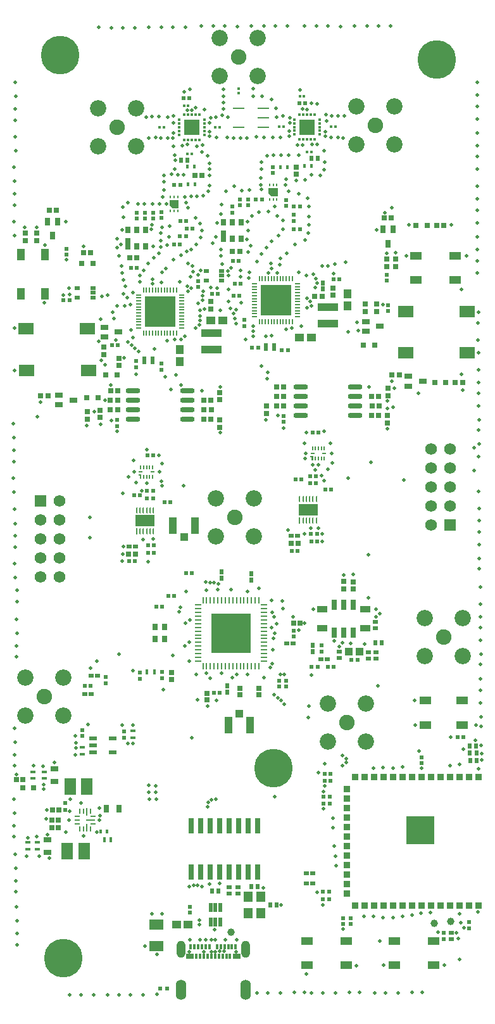
<source format=gts>
G04*
G04 #@! TF.GenerationSoftware,Altium Limited,Altium Designer,24.2.2 (26)*
G04*
G04 Layer_Color=8388736*
%FSLAX44Y44*%
%MOMM*%
G71*
G04*
G04 #@! TF.SameCoordinates,1647D1FA-22C0-4C44-882E-AE6E89F1C5CA*
G04*
G04*
G04 #@! TF.FilePolarity,Negative*
G04*
G01*
G75*
%ADD20R,0.5200X0.5200*%
%ADD23R,0.2500X0.4000*%
%ADD24C,0.9900*%
%ADD25R,0.8128X0.2540*%
%ADD26R,0.2540X0.8128*%
%ADD27R,0.6750X0.4500*%
%ADD28R,1.1000X0.6000*%
%ADD30R,0.8890X0.8382*%
%ADD31R,0.8382X0.8890*%
%ADD36R,0.8000X0.8000*%
%ADD37R,5.3086X5.3086*%
%ADD41R,0.5200X0.5200*%
%ADD42R,1.5549X2.3062*%
G04:AMPARAMS|DCode=46|XSize=0.25mm|YSize=0.675mm|CornerRadius=0.05mm|HoleSize=0mm|Usage=FLASHONLY|Rotation=0.000|XOffset=0mm|YOffset=0mm|HoleType=Round|Shape=RoundedRectangle|*
%AMROUNDEDRECTD46*
21,1,0.2500,0.5750,0,0,0.0*
21,1,0.1500,0.6750,0,0,0.0*
1,1,0.1000,0.0750,-0.2875*
1,1,0.1000,-0.0750,-0.2875*
1,1,0.1000,-0.0750,0.2875*
1,1,0.1000,0.0750,0.2875*
%
%ADD46ROUNDEDRECTD46*%
G04:AMPARAMS|DCode=47|XSize=1.225mm|YSize=0.25mm|CornerRadius=0.05mm|HoleSize=0mm|Usage=FLASHONLY|Rotation=0.000|XOffset=0mm|YOffset=0mm|HoleType=Round|Shape=RoundedRectangle|*
%AMROUNDEDRECTD47*
21,1,1.2250,0.1500,0,0,0.0*
21,1,1.1250,0.2500,0,0,0.0*
1,1,0.1000,0.5625,-0.0750*
1,1,0.1000,-0.5625,-0.0750*
1,1,0.1000,-0.5625,0.0750*
1,1,0.1000,0.5625,0.0750*
%
%ADD47ROUNDEDRECTD47*%
G04:AMPARAMS|DCode=48|XSize=0.25mm|YSize=0.975mm|CornerRadius=0.05mm|HoleSize=0mm|Usage=FLASHONLY|Rotation=0.000|XOffset=0mm|YOffset=0mm|HoleType=Round|Shape=RoundedRectangle|*
%AMROUNDEDRECTD48*
21,1,0.2500,0.8750,0,0,0.0*
21,1,0.1500,0.9750,0,0,0.0*
1,1,0.1000,0.0750,-0.4375*
1,1,0.1000,-0.0750,-0.4375*
1,1,0.1000,-0.0750,0.4375*
1,1,0.1000,0.0750,0.4375*
%
%ADD48ROUNDEDRECTD48*%
G04:AMPARAMS|DCode=49|XSize=0.625mm|YSize=0.25mm|CornerRadius=0.05mm|HoleSize=0mm|Usage=FLASHONLY|Rotation=0.000|XOffset=0mm|YOffset=0mm|HoleType=Round|Shape=RoundedRectangle|*
%AMROUNDEDRECTD49*
21,1,0.6250,0.1500,0,0,0.0*
21,1,0.5250,0.2500,0,0,0.0*
1,1,0.1000,0.2625,-0.0750*
1,1,0.1000,-0.2625,-0.0750*
1,1,0.1000,-0.2625,0.0750*
1,1,0.1000,0.2625,0.0750*
%
%ADD49ROUNDEDRECTD49*%
%ADD50R,0.4500X0.6750*%
%ADD51R,0.4000X0.5000*%
%ADD53R,0.4572X0.3048*%
%ADD54R,0.3048X0.4572*%
%ADD55R,2.0000X2.0000*%
%ADD56R,0.4541X0.3627*%
%ADD60R,0.3000X0.3500*%
%ADD61R,1.4986X0.2032*%
%ADD62R,0.4100X0.6600*%
%ADD63R,0.8000X0.9000*%
%ADD64R,0.6725X0.7154*%
%ADD73R,0.5153X0.4725*%
%ADD74R,1.2084X1.0121*%
%ADD75R,1.0121X1.2084*%
%ADD76R,0.5000X1.0000*%
%ADD77R,0.6153X0.5725*%
G04:AMPARAMS|DCode=78|XSize=0.8397mm|YSize=0.2225mm|CornerRadius=0.1112mm|HoleSize=0mm|Usage=FLASHONLY|Rotation=90.000|XOffset=0mm|YOffset=0mm|HoleType=Round|Shape=RoundedRectangle|*
%AMROUNDEDRECTD78*
21,1,0.8397,0.0000,0,0,90.0*
21,1,0.6172,0.2225,0,0,90.0*
1,1,0.2225,0.0000,0.3086*
1,1,0.2225,0.0000,-0.3086*
1,1,0.2225,0.0000,-0.3086*
1,1,0.2225,0.0000,0.3086*
%
%ADD78ROUNDEDRECTD78*%
%ADD79R,0.2225X0.8397*%
%ADD81R,0.7154X0.6725*%
%ADD85R,2.1463X1.4986*%
%ADD89R,0.4725X0.5153*%
%ADD90R,0.4500X0.5000*%
%ADD92R,1.0000X1.5500*%
%ADD95R,0.5725X0.6153*%
%ADD96R,1.5500X1.0000*%
%ADD98R,0.3627X0.4541*%
%ADD101C,1.0000*%
%ADD103R,1.3061X1.0582*%
%ADD109R,2.7760X1.0760*%
%ADD110R,1.8760X1.4160*%
%ADD111R,0.5260X0.5260*%
%ADD112R,3.7084X3.7084*%
%ADD113R,0.2760X0.7260*%
%ADD114R,0.7260X0.2760*%
%ADD115R,4.1760X4.1760*%
%ADD116R,1.3260X0.9260*%
%ADD117R,0.7260X1.3260*%
%ADD118R,0.7260X0.7760*%
%ADD119R,0.7260X0.6760*%
%ADD120R,0.6260X0.5260*%
%ADD121R,1.1260X0.7260*%
%ADD122R,0.7260X1.1260*%
%ADD123R,0.3760X0.7760*%
%ADD124R,1.0760X0.7760*%
%ADD125R,0.5260X0.5260*%
%ADD126R,0.6260X0.6760*%
%ADD127R,0.6760X0.6260*%
%ADD128R,0.6760X0.7260*%
%ADD129R,0.6260X0.5760*%
%ADD130R,0.5760X0.6260*%
%ADD131R,1.1260X2.2760*%
%ADD132R,1.0760X1.1260*%
%ADD133R,0.7260X0.7260*%
%ADD134R,0.2000X0.6000*%
%ADD135R,0.6000X0.2000*%
%ADD136C,0.1800*%
%ADD137R,2.5500X1.6500*%
%ADD138R,0.5760X0.5260*%
%ADD139R,0.7760X0.7260*%
%ADD140R,0.7260X0.7260*%
G04:AMPARAMS|DCode=141|XSize=0.476mm|YSize=0.726mm|CornerRadius=0.088mm|HoleSize=0mm|Usage=FLASHONLY|Rotation=270.000|XOffset=0mm|YOffset=0mm|HoleType=Round|Shape=RoundedRectangle|*
%AMROUNDEDRECTD141*
21,1,0.4760,0.5500,0,0,270.0*
21,1,0.3000,0.7260,0,0,270.0*
1,1,0.1760,-0.2750,-0.1500*
1,1,0.1760,-0.2750,0.1500*
1,1,0.1760,0.2750,0.1500*
1,1,0.1760,0.2750,-0.1500*
%
%ADD141ROUNDEDRECTD141*%
%ADD142R,0.9760X0.7760*%
%ADD143R,0.6760X0.8260*%
%ADD144R,0.6760X1.5760*%
%ADD145R,0.6160X0.6760*%
%ADD146O,1.9760X0.7260*%
%ADD147R,0.6160X0.6560*%
%ADD148R,0.5260X0.5760*%
%ADD149R,0.7760X0.9760*%
%ADD150R,0.6760X0.6160*%
%ADD151R,0.6260X0.6260*%
%ADD152R,1.2759X1.4758*%
%ADD153R,1.5760X0.9760*%
%ADD154R,0.7364X2.1080*%
G04:AMPARAMS|DCode=155|XSize=1.266mm|YSize=0.476mm|CornerRadius=0.088mm|HoleSize=0mm|Usage=FLASHONLY|Rotation=90.000|XOffset=0mm|YOffset=0mm|HoleType=Round|Shape=RoundedRectangle|*
%AMROUNDEDRECTD155*
21,1,1.2660,0.3000,0,0,90.0*
21,1,1.0900,0.4760,0,0,90.0*
1,1,0.1760,0.1500,0.5450*
1,1,0.1760,0.1500,-0.5450*
1,1,0.1760,-0.1500,-0.5450*
1,1,0.1760,-0.1500,0.5450*
%
%ADD155ROUNDEDRECTD155*%
%ADD156R,0.6260X0.6260*%
%ADD157R,1.0760X1.0460*%
%ADD158R,1.5760X1.5760*%
%ADD159C,1.5760*%
%ADD160C,2.0760*%
%ADD161C,2.1760*%
%ADD162O,1.1760X2.2760*%
%ADD163O,1.3760X2.6760*%
%ADD164C,0.4824*%
%ADD165C,5.1560*%
G36*
X180172Y700828D02*
X178172D01*
Y705328D01*
X176172D01*
Y706828D01*
X180172D01*
Y700828D01*
D02*
G37*
G36*
X410000Y725500D02*
X408000D01*
Y730000D01*
X406000D01*
Y731500D01*
X410000D01*
Y725500D01*
D02*
G37*
G36*
X230246Y1062998D02*
X221996D01*
X218246Y1066748D01*
Y1073998D01*
X230246D01*
Y1062998D01*
D02*
G37*
G36*
X362462Y1079048D02*
X354212D01*
X350462Y1082798D01*
Y1090048D01*
X362462D01*
Y1079048D01*
D02*
G37*
D20*
X206887Y1049725D02*
D03*
Y1057725D02*
D03*
X156800Y355334D02*
D03*
X101330Y365367D02*
D03*
Y357366D02*
D03*
X156800Y363334D02*
D03*
X207572Y434862D02*
D03*
Y442862D02*
D03*
X178111Y433816D02*
D03*
Y441816D02*
D03*
X421423Y478298D02*
D03*
Y470298D02*
D03*
X374168Y423227D02*
D03*
Y431227D02*
D03*
X364113Y423168D02*
D03*
Y431168D02*
D03*
X132584Y428062D02*
D03*
Y436062D02*
D03*
X206825Y847125D02*
D03*
Y855126D02*
D03*
X172939Y850619D02*
D03*
Y858619D02*
D03*
X174129Y1056984D02*
D03*
Y1048984D02*
D03*
X185161Y1057157D02*
D03*
Y1049157D02*
D03*
X147752Y779568D02*
D03*
Y771568D02*
D03*
X317860Y913626D02*
D03*
Y905626D02*
D03*
X256093Y965693D02*
D03*
Y957693D02*
D03*
X373546Y1074004D02*
D03*
Y1066004D02*
D03*
X301940Y1065175D02*
D03*
Y1057175D02*
D03*
X356446Y1117923D02*
D03*
Y1109923D02*
D03*
X312240Y1066834D02*
D03*
Y1074835D02*
D03*
X508061Y966143D02*
D03*
Y974143D02*
D03*
X370183Y785047D02*
D03*
Y777047D02*
D03*
X80000Y1001000D02*
D03*
Y1009000D02*
D03*
D23*
X219246Y1058998D02*
D03*
X224246D02*
D03*
X229246D02*
D03*
Y1077998D02*
D03*
X224246D02*
D03*
X219246D02*
D03*
X351462Y1094048D02*
D03*
X356462D02*
D03*
X361462D02*
D03*
Y1075048D02*
D03*
X356462D02*
D03*
X351462D02*
D03*
D24*
X224746Y1068498D02*
D03*
X356962Y1084548D02*
D03*
D25*
X343942Y522507D02*
D03*
Y472494D02*
D03*
X256058Y467493D02*
D03*
Y462492D02*
D03*
X343942Y477496D02*
D03*
Y492499D02*
D03*
Y497501D02*
D03*
Y502502D02*
D03*
Y507503D02*
D03*
Y512504D02*
D03*
Y517506D02*
D03*
Y457491D02*
D03*
X256058D02*
D03*
X343942Y487498D02*
D03*
X256058Y522507D02*
D03*
Y517506D02*
D03*
Y477496D02*
D03*
X343942Y527508D02*
D03*
X256058Y482497D02*
D03*
X343942Y462492D02*
D03*
Y467493D02*
D03*
X256058Y507503D02*
D03*
Y472494D02*
D03*
Y527508D02*
D03*
X343942Y482497D02*
D03*
X256058Y502502D02*
D03*
Y497501D02*
D03*
Y492499D02*
D03*
Y487498D02*
D03*
X343942Y532509D02*
D03*
X256058Y512504D02*
D03*
Y532509D02*
D03*
D26*
X337509Y451058D02*
D03*
X287497D02*
D03*
X282496Y538942D02*
D03*
X277494Y451058D02*
D03*
X282496D02*
D03*
X292498D02*
D03*
X337509Y538942D02*
D03*
X332508D02*
D03*
X327507D02*
D03*
X322506D02*
D03*
X317504D02*
D03*
X312503D02*
D03*
X307502D02*
D03*
X302501D02*
D03*
X297499D02*
D03*
X292498D02*
D03*
X287497D02*
D03*
X307502Y451058D02*
D03*
X322506D02*
D03*
X262491Y538942D02*
D03*
X272493Y451058D02*
D03*
X262491D02*
D03*
X272493Y538942D02*
D03*
X277494D02*
D03*
X267492Y451058D02*
D03*
Y538942D02*
D03*
X297499Y451058D02*
D03*
X312503D02*
D03*
X317504D02*
D03*
X327507D02*
D03*
X332508D02*
D03*
X302501D02*
D03*
D27*
X169233Y354829D02*
D03*
X41195Y215252D02*
D03*
Y206003D02*
D03*
X28049Y214998D02*
D03*
Y205748D02*
D03*
X50000Y309625D02*
D03*
Y300375D02*
D03*
X35000Y309625D02*
D03*
Y300375D02*
D03*
X101569Y342202D02*
D03*
Y332952D02*
D03*
X169233Y364079D02*
D03*
D28*
X142000Y354500D02*
D03*
Y335500D02*
D03*
X116000D02*
D03*
Y345000D02*
D03*
Y354500D02*
D03*
D30*
X630846Y302159D02*
D03*
X618146D02*
D03*
X605446D02*
D03*
X592746D02*
D03*
X580046D02*
D03*
X567346D02*
D03*
X554646D02*
D03*
X541946D02*
D03*
X529246D02*
D03*
X516546D02*
D03*
X503846D02*
D03*
X491146D02*
D03*
X478446D02*
D03*
X465746D02*
D03*
Y130541D02*
D03*
X478446D02*
D03*
X491146D02*
D03*
X503846D02*
D03*
X516546D02*
D03*
X529246D02*
D03*
X541946D02*
D03*
X554646D02*
D03*
X567346D02*
D03*
X580046D02*
D03*
X592746D02*
D03*
X605446D02*
D03*
X618146D02*
D03*
X630846D02*
D03*
D31*
X455000Y286200D02*
D03*
Y273500D02*
D03*
Y260800D02*
D03*
Y248100D02*
D03*
Y235400D02*
D03*
Y222700D02*
D03*
Y210000D02*
D03*
Y197300D02*
D03*
Y184600D02*
D03*
Y171900D02*
D03*
Y159200D02*
D03*
Y146500D02*
D03*
D36*
X572500Y830000D02*
D03*
X587500D02*
D03*
X36260Y287728D02*
D03*
X21260D02*
D03*
X115168Y989113D02*
D03*
X100168D02*
D03*
X147500Y840000D02*
D03*
X132500D02*
D03*
X122500Y810000D02*
D03*
X107500D02*
D03*
X562500Y1040000D02*
D03*
X547500D02*
D03*
X477500Y880000D02*
D03*
X492500D02*
D03*
D37*
X300000Y495000D02*
D03*
D41*
X414000Y695000D02*
D03*
X406000D02*
D03*
X236646Y1210183D02*
D03*
X244646D02*
D03*
X391584Y1203279D02*
D03*
X399584D02*
D03*
X208000Y530000D02*
D03*
X200000D02*
D03*
X240000Y575000D02*
D03*
X248000D02*
D03*
X415745Y450104D02*
D03*
X407745D02*
D03*
X437415Y449683D02*
D03*
X429415D02*
D03*
X104427Y424493D02*
D03*
X112427D02*
D03*
X216000Y545000D02*
D03*
X224000D02*
D03*
X188089Y732565D02*
D03*
X196089D02*
D03*
X223671Y1014428D02*
D03*
X231671D02*
D03*
X248617Y1035853D02*
D03*
X240617D02*
D03*
X189063Y612663D02*
D03*
X197063D02*
D03*
X189106Y602019D02*
D03*
X197106D02*
D03*
X187837Y675076D02*
D03*
X195837D02*
D03*
X187729Y685052D02*
D03*
X195729D02*
D03*
X84000Y940000D02*
D03*
X76000D02*
D03*
X232421Y1046207D02*
D03*
X240421D02*
D03*
X232316Y1094507D02*
D03*
X224316D02*
D03*
X417404Y763220D02*
D03*
X409404D02*
D03*
X376236Y873380D02*
D03*
X368236D02*
D03*
X328196Y876816D02*
D03*
X336196D02*
D03*
X392314Y1034696D02*
D03*
X384314D02*
D03*
X392250Y1065363D02*
D03*
X384250D02*
D03*
X406926Y627620D02*
D03*
X414925D02*
D03*
X407482Y617329D02*
D03*
X415482D02*
D03*
X313017Y962378D02*
D03*
X305017D02*
D03*
X406000Y705000D02*
D03*
X414000D02*
D03*
X341296Y1074477D02*
D03*
X333296D02*
D03*
X610957Y356112D02*
D03*
X602957D02*
D03*
D42*
X84984Y290053D02*
D03*
X107497D02*
D03*
X80840Y203263D02*
D03*
X103353D02*
D03*
D46*
X97500Y257125D02*
D03*
X102500D02*
D03*
X112500D02*
D03*
Y232875D02*
D03*
X102500D02*
D03*
X97500D02*
D03*
D47*
X112375Y245000D02*
D03*
D48*
X107500Y255625D02*
D03*
Y234375D02*
D03*
D49*
X115375Y250000D02*
D03*
Y240000D02*
D03*
X94625D02*
D03*
Y245000D02*
D03*
Y250000D02*
D03*
D50*
X139683Y218585D02*
D03*
X130433D02*
D03*
D51*
X134000Y230000D02*
D03*
X126000D02*
D03*
D53*
X385143Y1181530D02*
D03*
Y1176529D02*
D03*
Y1171528D02*
D03*
Y1166526D02*
D03*
Y1161525D02*
D03*
X418671D02*
D03*
Y1166526D02*
D03*
Y1171528D02*
D03*
Y1176529D02*
D03*
Y1181530D02*
D03*
X264414Y1181077D02*
D03*
Y1176076D02*
D03*
Y1171075D02*
D03*
Y1166073D02*
D03*
Y1161072D02*
D03*
X230886D02*
D03*
Y1166073D02*
D03*
Y1171075D02*
D03*
Y1176076D02*
D03*
Y1181077D02*
D03*
D54*
X391905Y1154764D02*
D03*
X396906D02*
D03*
X401907D02*
D03*
X406909D02*
D03*
X411910D02*
D03*
Y1188292D02*
D03*
X406909D02*
D03*
X401907D02*
D03*
X396906D02*
D03*
X391905D02*
D03*
X237647Y1187839D02*
D03*
X242649D02*
D03*
X247650D02*
D03*
X252651D02*
D03*
X257652D02*
D03*
Y1154311D02*
D03*
X252651D02*
D03*
X247650D02*
D03*
X242649D02*
D03*
X237647D02*
D03*
D55*
X401907Y1171528D02*
D03*
X247650Y1171075D02*
D03*
D56*
X439668Y1171609D02*
D03*
X433582D02*
D03*
X285150Y1170998D02*
D03*
X279064D02*
D03*
X210541D02*
D03*
X204454D02*
D03*
X370486Y1171609D02*
D03*
X364400D02*
D03*
X402002Y1138252D02*
D03*
X408089D02*
D03*
X247460Y1135783D02*
D03*
X241374D02*
D03*
D60*
X242750Y1200000D02*
D03*
X237250D02*
D03*
X397751Y1212237D02*
D03*
X392251D02*
D03*
D61*
X343643Y1171487D02*
D03*
X310369Y1196887D02*
D03*
Y1171487D02*
D03*
X343643Y1196887D02*
D03*
Y1184187D02*
D03*
D62*
X198050Y442831D02*
D03*
X187950D02*
D03*
D63*
X211250Y503250D02*
D03*
Y486750D02*
D03*
X198750D02*
D03*
Y503250D02*
D03*
D64*
X220877Y432841D02*
D03*
Y442412D02*
D03*
X387438Y1108318D02*
D03*
Y1117889D02*
D03*
D73*
X282124Y948398D02*
D03*
X274552D02*
D03*
X166416Y982892D02*
D03*
X173988D02*
D03*
X164076Y591449D02*
D03*
X171648D02*
D03*
X444669Y967595D02*
D03*
X437097D02*
D03*
X310013Y992227D02*
D03*
X302441D02*
D03*
X381214Y605000D02*
D03*
X388786D02*
D03*
X311417Y945964D02*
D03*
X303846D02*
D03*
D74*
X273147Y912999D02*
D03*
X289184D02*
D03*
X391981Y890000D02*
D03*
X408019D02*
D03*
D75*
X231418Y874307D02*
D03*
Y858270D02*
D03*
X455801Y932512D02*
D03*
Y948549D02*
D03*
D76*
X195500Y860000D02*
D03*
X184500D02*
D03*
X357716Y877638D02*
D03*
X346716D02*
D03*
D77*
X231678Y1025220D02*
D03*
X240249D02*
D03*
D78*
X173750Y659155D02*
D03*
X178250D02*
D03*
X182750D02*
D03*
X187250D02*
D03*
X191750D02*
D03*
X196250D02*
D03*
Y630845D02*
D03*
X191750D02*
D03*
X187250D02*
D03*
X182750D02*
D03*
X178250D02*
D03*
X391787Y673873D02*
D03*
X396287D02*
D03*
X400787D02*
D03*
X405287D02*
D03*
X409787D02*
D03*
X414286D02*
D03*
Y645563D02*
D03*
X409787D02*
D03*
X405287D02*
D03*
X400787D02*
D03*
X396287D02*
D03*
D79*
X173750Y630845D02*
D03*
X391787Y645563D02*
D03*
D81*
X164550Y996370D02*
D03*
X174121D02*
D03*
X261126Y1106461D02*
D03*
X251555D02*
D03*
X311822Y1004834D02*
D03*
X302251D02*
D03*
D85*
X108378Y902000D02*
D03*
X25955D02*
D03*
X109269Y846144D02*
D03*
X26846D02*
D03*
X533788Y925000D02*
D03*
X616212D02*
D03*
X533788Y870000D02*
D03*
X616212D02*
D03*
D89*
X195961Y1049602D02*
D03*
Y1057174D02*
D03*
X323180Y1074247D02*
D03*
Y1066675D02*
D03*
X245000Y128786D02*
D03*
Y121214D02*
D03*
D90*
X241795Y1118265D02*
D03*
X251295D02*
D03*
X251704Y1094652D02*
D03*
X242204D02*
D03*
X408052Y1119563D02*
D03*
X398552D02*
D03*
X375874Y1118147D02*
D03*
X366374D02*
D03*
D92*
X51000Y1001250D02*
D03*
Y948750D02*
D03*
X19000Y1001250D02*
D03*
Y948750D02*
D03*
D95*
X384195Y1045680D02*
D03*
Y1054252D02*
D03*
D96*
X547250Y999500D02*
D03*
X599750D02*
D03*
X547250Y967500D02*
D03*
X599750D02*
D03*
X570877Y51259D02*
D03*
X518377D02*
D03*
X570877Y83259D02*
D03*
X518377D02*
D03*
X454047Y51208D02*
D03*
X401547D02*
D03*
X454047Y83208D02*
D03*
X401547D02*
D03*
D98*
X310000Y1223043D02*
D03*
Y1216957D02*
D03*
D101*
X593605Y109172D02*
D03*
X572207Y106879D02*
D03*
X300000Y95000D02*
D03*
D103*
X227239Y105000D02*
D03*
X242761D02*
D03*
D109*
X273625Y873721D02*
D03*
Y895721D02*
D03*
X430000Y931000D02*
D03*
Y909000D02*
D03*
D110*
X200132Y105391D02*
D03*
Y76791D02*
D03*
D111*
X618292Y100221D02*
D03*
Y108221D02*
D03*
X460000Y106000D02*
D03*
Y114000D02*
D03*
X450133Y113896D02*
D03*
Y105896D02*
D03*
X555000Y321000D02*
D03*
Y329000D02*
D03*
D112*
X553701Y231307D02*
D03*
D113*
X227000Y953750D02*
D03*
X223000D02*
D03*
X219000D02*
D03*
X215000D02*
D03*
X211000D02*
D03*
X207000D02*
D03*
X203000D02*
D03*
X199000D02*
D03*
X195000D02*
D03*
X191000D02*
D03*
X187000D02*
D03*
X183000D02*
D03*
Y896250D02*
D03*
X187000D02*
D03*
X191000D02*
D03*
X195000D02*
D03*
X199000D02*
D03*
X203000D02*
D03*
X207000D02*
D03*
X211000D02*
D03*
X215000D02*
D03*
X219000D02*
D03*
X223000D02*
D03*
X227000D02*
D03*
X382000Y911250D02*
D03*
X378000D02*
D03*
X374000D02*
D03*
X370000D02*
D03*
X366000D02*
D03*
X362000D02*
D03*
X358000D02*
D03*
X354000D02*
D03*
X350000D02*
D03*
X346000D02*
D03*
X342000D02*
D03*
X338000D02*
D03*
Y968750D02*
D03*
X342000D02*
D03*
X346000D02*
D03*
X350000D02*
D03*
X354000D02*
D03*
X358000D02*
D03*
X362000D02*
D03*
X366000D02*
D03*
X370000D02*
D03*
X374000D02*
D03*
X378000D02*
D03*
X382000D02*
D03*
D114*
X176250Y947000D02*
D03*
Y943000D02*
D03*
Y939000D02*
D03*
Y935000D02*
D03*
Y931000D02*
D03*
Y927000D02*
D03*
Y923000D02*
D03*
Y919000D02*
D03*
Y915000D02*
D03*
Y911000D02*
D03*
Y907000D02*
D03*
Y903000D02*
D03*
X233750D02*
D03*
Y907000D02*
D03*
Y911000D02*
D03*
Y915000D02*
D03*
Y919000D02*
D03*
Y923000D02*
D03*
Y927000D02*
D03*
Y931000D02*
D03*
Y935000D02*
D03*
Y939000D02*
D03*
Y943000D02*
D03*
Y947000D02*
D03*
X388750Y962000D02*
D03*
Y958000D02*
D03*
Y954000D02*
D03*
Y950000D02*
D03*
Y946000D02*
D03*
Y942000D02*
D03*
Y938000D02*
D03*
Y934000D02*
D03*
Y930000D02*
D03*
Y926000D02*
D03*
Y922000D02*
D03*
Y918000D02*
D03*
X331250D02*
D03*
Y922000D02*
D03*
Y926000D02*
D03*
Y930000D02*
D03*
Y934000D02*
D03*
Y938000D02*
D03*
Y942000D02*
D03*
Y946000D02*
D03*
Y950000D02*
D03*
Y954000D02*
D03*
Y958000D02*
D03*
Y962000D02*
D03*
D115*
X205000Y925000D02*
D03*
X360000Y940000D02*
D03*
D116*
X479750Y501300D02*
D03*
X422250D02*
D03*
Y526700D02*
D03*
X479750D02*
D03*
D117*
X463700Y495250D02*
D03*
X451000D02*
D03*
X438300D02*
D03*
Y532750D02*
D03*
X451000D02*
D03*
X463700D02*
D03*
D118*
X463751Y553745D02*
D03*
Y563245D02*
D03*
X451000Y554250D02*
D03*
Y563750D02*
D03*
X273311Y928462D02*
D03*
Y937962D02*
D03*
X436625Y946557D02*
D03*
Y956057D02*
D03*
D119*
X61685Y258620D02*
D03*
X70185D02*
D03*
X12959Y298801D02*
D03*
X21459D02*
D03*
X60750Y245000D02*
D03*
X69250D02*
D03*
Y235000D02*
D03*
X60750D02*
D03*
X392121Y508029D02*
D03*
X383621D02*
D03*
D120*
X78112Y267759D02*
D03*
Y258759D02*
D03*
D121*
X55000Y201500D02*
D03*
Y218500D02*
D03*
X63810Y296326D02*
D03*
Y313326D02*
D03*
D122*
X133100Y260000D02*
D03*
X150100D02*
D03*
D123*
X246361Y75965D02*
D03*
X251361D02*
D03*
X256361D02*
D03*
X261361D02*
D03*
X266361D02*
D03*
X271361D02*
D03*
X281361D02*
D03*
X286361D02*
D03*
X291361D02*
D03*
X296361D02*
D03*
X301361D02*
D03*
X306361D02*
D03*
X298861Y62965D02*
D03*
X293861D02*
D03*
X288861D02*
D03*
X283861D02*
D03*
X278861D02*
D03*
X273861D02*
D03*
X268861D02*
D03*
X263861D02*
D03*
X258861D02*
D03*
X253861D02*
D03*
D124*
X307361D02*
D03*
X245361D02*
D03*
D125*
X431860Y275994D02*
D03*
X423860D02*
D03*
X423023Y148820D02*
D03*
X431023D02*
D03*
X425214Y297308D02*
D03*
X433214D02*
D03*
X423860Y267249D02*
D03*
X431860D02*
D03*
X431211Y139303D02*
D03*
X423211D02*
D03*
X433368Y307027D02*
D03*
X425368D02*
D03*
D126*
X287565Y568506D02*
D03*
Y577006D02*
D03*
X327229Y565378D02*
D03*
Y573878D02*
D03*
X295000Y424250D02*
D03*
Y415750D02*
D03*
X409080Y478268D02*
D03*
Y469768D02*
D03*
D127*
X400750Y160000D02*
D03*
X409250D02*
D03*
X401083Y173372D02*
D03*
X409583D02*
D03*
X374947Y481278D02*
D03*
X383447D02*
D03*
X428758Y460202D02*
D03*
X420258D02*
D03*
X104582Y413251D02*
D03*
X113082D02*
D03*
X121697Y437764D02*
D03*
X113197D02*
D03*
X163480Y610437D02*
D03*
X171980D02*
D03*
X380750Y625000D02*
D03*
X389250D02*
D03*
D128*
X312147Y412361D02*
D03*
Y420862D02*
D03*
X337746Y412873D02*
D03*
Y421373D02*
D03*
X268054Y406127D02*
D03*
Y414627D02*
D03*
D129*
X284843Y415387D02*
D03*
X277343D02*
D03*
D130*
X383656Y490660D02*
D03*
Y498160D02*
D03*
D131*
X325956Y371930D02*
D03*
X296456D02*
D03*
X222419Y638192D02*
D03*
X251919D02*
D03*
D132*
X311206Y387180D02*
D03*
X237169Y622942D02*
D03*
D133*
X102602Y1003691D02*
D03*
X112602D02*
D03*
X55129Y812048D02*
D03*
X45129D02*
D03*
X411837Y945426D02*
D03*
X421837D02*
D03*
X585000Y1040000D02*
D03*
X575000D02*
D03*
X610000Y830000D02*
D03*
X600000D02*
D03*
X525000Y840000D02*
D03*
X515000D02*
D03*
D134*
X179172Y716828D02*
D03*
X183172D02*
D03*
X187172D02*
D03*
X191172D02*
D03*
X195172D02*
D03*
Y703828D02*
D03*
X191172D02*
D03*
X187172D02*
D03*
X183172D02*
D03*
X409000Y741500D02*
D03*
X413000D02*
D03*
X417000D02*
D03*
X421000D02*
D03*
X425000D02*
D03*
Y728500D02*
D03*
X421000D02*
D03*
X417000D02*
D03*
X413000D02*
D03*
D135*
X195172Y710328D02*
D03*
X179172D02*
D03*
X425000Y735000D02*
D03*
X409000D02*
D03*
D136*
X179172Y705828D02*
D03*
X409000Y730500D02*
D03*
D137*
X185000Y645000D02*
D03*
X403037Y659718D02*
D03*
D138*
X211250Y670000D02*
D03*
X218750D02*
D03*
X178222Y679395D02*
D03*
X170722D02*
D03*
X141250Y880000D02*
D03*
X148750D02*
D03*
X426240Y686957D02*
D03*
X433741D02*
D03*
X393750Y700000D02*
D03*
X386250D02*
D03*
D139*
X162717Y600482D02*
D03*
X172217D02*
D03*
X148200Y793193D02*
D03*
X138700D02*
D03*
X263835Y806094D02*
D03*
X273335D02*
D03*
X264044Y793612D02*
D03*
X273544D02*
D03*
X273440Y780816D02*
D03*
X263939D02*
D03*
X148514Y818786D02*
D03*
X139014D02*
D03*
X138805Y806199D02*
D03*
X148305D02*
D03*
X380250Y615000D02*
D03*
X389750D02*
D03*
X505250Y1050000D02*
D03*
X514750D02*
D03*
X370715Y798228D02*
D03*
X361215D02*
D03*
X488273Y811499D02*
D03*
X497773D02*
D03*
X488582Y798537D02*
D03*
X498082D02*
D03*
X497644Y786240D02*
D03*
X488144D02*
D03*
X370304Y824051D02*
D03*
X360804D02*
D03*
X360957Y811490D02*
D03*
X370457D02*
D03*
X56750Y1060162D02*
D03*
X66250D02*
D03*
D140*
X150573Y862502D02*
D03*
Y852502D02*
D03*
X130081Y877351D02*
D03*
Y867351D02*
D03*
X107602Y780816D02*
D03*
Y790816D02*
D03*
X40000Y1020000D02*
D03*
Y1030000D02*
D03*
X25313Y1030000D02*
D03*
Y1020000D02*
D03*
X125179Y792998D02*
D03*
Y782998D02*
D03*
X285213Y806687D02*
D03*
Y816687D02*
D03*
X285332Y780150D02*
D03*
Y770150D02*
D03*
X480000Y925000D02*
D03*
Y935000D02*
D03*
X495000Y925000D02*
D03*
Y935000D02*
D03*
X508040Y984923D02*
D03*
Y994923D02*
D03*
X520000Y995000D02*
D03*
Y985000D02*
D03*
X347559Y798596D02*
D03*
Y788596D02*
D03*
X509713Y811908D02*
D03*
Y821908D02*
D03*
X509019Y785611D02*
D03*
Y775611D02*
D03*
D141*
X115250Y943500D02*
D03*
Y950000D02*
D03*
Y956500D02*
D03*
X94750D02*
D03*
Y943500D02*
D03*
X287250Y966291D02*
D03*
Y972791D02*
D03*
Y979291D02*
D03*
X266750D02*
D03*
Y966291D02*
D03*
D142*
X130678Y903803D02*
D03*
Y890803D02*
D03*
X149678Y897303D02*
D03*
X70000Y813000D02*
D03*
Y800000D02*
D03*
X89000Y806500D02*
D03*
X480500Y911500D02*
D03*
Y898500D02*
D03*
X499500Y905000D02*
D03*
X537299Y838073D02*
D03*
Y825073D02*
D03*
X556299Y831573D02*
D03*
D143*
X186129Y1034240D02*
D03*
X174129D02*
D03*
X162129D02*
D03*
X186129Y1011740D02*
D03*
X174129D02*
D03*
X313814Y1044237D02*
D03*
X301814D02*
D03*
X289814D02*
D03*
X313814Y1021737D02*
D03*
X301814D02*
D03*
D144*
X162129Y1015490D02*
D03*
X289814Y1025487D02*
D03*
D145*
X241540Y1127222D02*
D03*
X233340D02*
D03*
X408020Y1129832D02*
D03*
X416220D02*
D03*
X326971Y155815D02*
D03*
X335571D02*
D03*
X361112Y131400D02*
D03*
X352512D02*
D03*
X628411Y324514D02*
D03*
X619811D02*
D03*
X628237Y334252D02*
D03*
X619637D02*
D03*
X627802Y343991D02*
D03*
X619202D02*
D03*
X283165Y150401D02*
D03*
X274566D02*
D03*
X501879Y482256D02*
D03*
X493279D02*
D03*
D146*
X241500Y780950D02*
D03*
Y793650D02*
D03*
Y806350D02*
D03*
Y819050D02*
D03*
X168500Y780950D02*
D03*
Y793650D02*
D03*
Y806350D02*
D03*
Y819050D02*
D03*
X466500Y785950D02*
D03*
Y798650D02*
D03*
Y811350D02*
D03*
Y824050D02*
D03*
X393500Y785950D02*
D03*
Y798650D02*
D03*
Y811350D02*
D03*
Y824050D02*
D03*
D147*
X422815Y962680D02*
D03*
Y954880D02*
D03*
D148*
X509966Y925632D02*
D03*
Y933133D02*
D03*
D149*
X516500Y1034500D02*
D03*
X503500D02*
D03*
X510000Y1015500D02*
D03*
X68000Y1045000D02*
D03*
X55000D02*
D03*
X61500Y1026000D02*
D03*
D150*
X494044Y460660D02*
D03*
Y469260D02*
D03*
X493196Y510029D02*
D03*
Y501429D02*
D03*
X444545Y469938D02*
D03*
X297248Y146956D02*
D03*
Y155556D02*
D03*
X309633Y146829D02*
D03*
Y155429D02*
D03*
X595000Y94300D02*
D03*
Y85700D02*
D03*
X483873Y460660D02*
D03*
Y469260D02*
D03*
X444545Y461338D02*
D03*
D151*
X460726Y458857D02*
D03*
X469726D02*
D03*
X205500Y20000D02*
D03*
X214500D02*
D03*
D152*
X322705Y142734D02*
D03*
Y120733D02*
D03*
X339705Y142733D02*
D03*
Y120733D02*
D03*
D153*
X609113Y371952D02*
D03*
Y404952D02*
D03*
X560112D02*
D03*
Y371952D02*
D03*
D154*
X335456Y237155D02*
D03*
X322756D02*
D03*
X310056D02*
D03*
X297356D02*
D03*
X284656D02*
D03*
X271956D02*
D03*
X259256D02*
D03*
X246556D02*
D03*
X335456Y175687D02*
D03*
X322756D02*
D03*
X310056D02*
D03*
X297356D02*
D03*
X284656D02*
D03*
X271956D02*
D03*
X259256D02*
D03*
X246556D02*
D03*
D155*
X272873Y108743D02*
D03*
X279373D02*
D03*
X285873D02*
D03*
Y127943D02*
D03*
X279373D02*
D03*
X272873D02*
D03*
D156*
X585000Y85500D02*
D03*
Y94500D02*
D03*
D157*
X457444Y470425D02*
D03*
X472144D02*
D03*
D158*
X592700Y639200D02*
D03*
X45000Y671200D02*
D03*
D159*
X567300Y639200D02*
D03*
X592700Y664600D02*
D03*
X567300D02*
D03*
X592700Y690000D02*
D03*
X567300D02*
D03*
X592700Y715400D02*
D03*
X567300D02*
D03*
X592700Y740800D02*
D03*
X567300D02*
D03*
X70400Y671200D02*
D03*
X45000Y645800D02*
D03*
X70400D02*
D03*
X45000Y620400D02*
D03*
X70400D02*
D03*
X45000Y595000D02*
D03*
X70400D02*
D03*
X45000Y569600D02*
D03*
X70400D02*
D03*
D160*
X147533Y1170998D02*
D03*
X493204Y1173508D02*
D03*
X305000Y650000D02*
D03*
X50000Y410000D02*
D03*
X455000Y375000D02*
D03*
X585000Y490000D02*
D03*
X310000Y1265000D02*
D03*
D161*
X122133Y1196398D02*
D03*
X172933D02*
D03*
Y1145598D02*
D03*
X122133D02*
D03*
X467804Y1198908D02*
D03*
X518604D02*
D03*
Y1148108D02*
D03*
X467804D02*
D03*
X279600Y624600D02*
D03*
X330400D02*
D03*
Y675400D02*
D03*
X279600D02*
D03*
X24600Y384600D02*
D03*
X75400D02*
D03*
Y435400D02*
D03*
X24600D02*
D03*
X429600Y349600D02*
D03*
X480400D02*
D03*
Y400400D02*
D03*
X429600D02*
D03*
X559600Y464600D02*
D03*
X610400D02*
D03*
Y515400D02*
D03*
X559600D02*
D03*
X284600Y1239600D02*
D03*
X335400D02*
D03*
Y1290400D02*
D03*
X284600D02*
D03*
D162*
X233161Y71865D02*
D03*
X319561D02*
D03*
D163*
X233161Y18265D02*
D03*
X319561D02*
D03*
D164*
X12000Y1140000D02*
D03*
X11311Y1158700D02*
D03*
X12000Y1212590D02*
D03*
X11811Y1195790D02*
D03*
Y1180790D02*
D03*
X11311Y1231290D02*
D03*
X10500Y1026500D02*
D03*
X9811Y1045200D02*
D03*
X10500Y1099090D02*
D03*
X10311Y1082290D02*
D03*
Y1067290D02*
D03*
X9811Y1117790D02*
D03*
X10000Y683500D02*
D03*
X9311Y702200D02*
D03*
X10000Y756090D02*
D03*
X9811Y739290D02*
D03*
Y724290D02*
D03*
X9311Y774790D02*
D03*
X10515Y660213D02*
D03*
X11015Y609714D02*
D03*
Y624714D02*
D03*
X11204Y641513D02*
D03*
X10515Y587624D02*
D03*
X14000Y536875D02*
D03*
Y551875D02*
D03*
X11204Y568924D02*
D03*
X13000Y513500D02*
D03*
X13500Y463000D02*
D03*
Y478000D02*
D03*
X13689Y494800D02*
D03*
X10500Y368000D02*
D03*
X11000Y317500D02*
D03*
Y332500D02*
D03*
X11189Y349300D02*
D03*
X9500Y273000D02*
D03*
X10000Y222500D02*
D03*
Y237500D02*
D03*
X10189Y254300D02*
D03*
X11500Y199500D02*
D03*
X12000Y149000D02*
D03*
Y164000D02*
D03*
X12189Y180800D02*
D03*
X13500Y129000D02*
D03*
X14000Y78500D02*
D03*
Y93500D02*
D03*
X14189Y110300D02*
D03*
X135000Y11500D02*
D03*
X84500Y11000D02*
D03*
X99500D02*
D03*
X116300Y10811D02*
D03*
X201000Y12000D02*
D03*
X150500Y11500D02*
D03*
X165500D02*
D03*
X182300Y11311D02*
D03*
X366300Y13811D02*
D03*
X349500Y14000D02*
D03*
X334500D02*
D03*
X398200Y14189D02*
D03*
X385000Y14500D02*
D03*
X439800Y13811D02*
D03*
X423000Y14000D02*
D03*
X408000D02*
D03*
X471700Y14189D02*
D03*
X458500Y14500D02*
D03*
X523800Y13811D02*
D03*
X507000Y14000D02*
D03*
X492000D02*
D03*
X555700Y14189D02*
D03*
X542500Y14500D02*
D03*
X633811Y401700D02*
D03*
X634000Y418500D02*
D03*
Y433500D02*
D03*
X634189Y369800D02*
D03*
X634500Y383000D02*
D03*
X633500Y556500D02*
D03*
X634336Y466563D02*
D03*
X634025Y453363D02*
D03*
X633836Y517063D02*
D03*
X634025Y533863D02*
D03*
X633836Y502063D02*
D03*
X633647Y485263D02*
D03*
X631500Y684500D02*
D03*
X632336Y594563D02*
D03*
X632025Y581363D02*
D03*
X631836Y645063D02*
D03*
X632025Y661863D02*
D03*
X631836Y630063D02*
D03*
X631647Y613263D02*
D03*
X630000Y909500D02*
D03*
X630525Y886863D02*
D03*
X631122Y798400D02*
D03*
X631311Y815200D02*
D03*
X631500Y847000D02*
D03*
X631311Y830200D02*
D03*
X631500Y766500D02*
D03*
X631811Y779700D02*
D03*
X631622Y747900D02*
D03*
X631433Y731100D02*
D03*
X629122Y1043400D02*
D03*
X629311Y1060200D02*
D03*
X629500Y1092000D02*
D03*
X629311Y1075200D02*
D03*
X629622Y1007900D02*
D03*
X629811Y1024700D02*
D03*
X629622Y992900D02*
D03*
X629433Y976100D02*
D03*
X629500Y1115000D02*
D03*
X629689Y1131800D02*
D03*
X629878Y1163600D02*
D03*
X629689Y1146800D02*
D03*
X629378Y1214100D02*
D03*
X629567Y1230900D02*
D03*
X629378Y1199100D02*
D03*
X629189Y1182300D02*
D03*
X398000Y1306500D02*
D03*
X414800Y1306311D02*
D03*
X446600Y1306122D02*
D03*
X429800Y1306311D02*
D03*
X497100Y1306622D02*
D03*
X513900Y1306433D02*
D03*
X482100Y1306622D02*
D03*
X465300Y1306811D02*
D03*
X260000Y1306500D02*
D03*
X276800Y1306311D02*
D03*
X308600Y1306122D02*
D03*
X291800Y1306311D02*
D03*
X359100Y1306622D02*
D03*
X375900Y1306433D02*
D03*
X344100Y1306622D02*
D03*
X327300Y1306811D02*
D03*
X190500Y1305000D02*
D03*
X207300Y1304811D02*
D03*
X239100Y1304622D02*
D03*
X222300Y1304811D02*
D03*
X155000Y1304500D02*
D03*
X171800Y1304311D02*
D03*
X140000Y1304500D02*
D03*
X123200Y1304689D02*
D03*
X103055Y223381D02*
D03*
X594675Y1040631D02*
D03*
X427515Y1187999D02*
D03*
X329754Y891835D02*
D03*
X329590Y905086D02*
D03*
X273000Y1183500D02*
D03*
X84639Y256419D02*
D03*
X85500Y272500D02*
D03*
X264419Y1194812D02*
D03*
X551702Y337192D02*
D03*
X278329Y98671D02*
D03*
X450000Y99000D02*
D03*
X123500Y885000D02*
D03*
X290564Y69411D02*
D03*
X493742Y516948D02*
D03*
X425000Y1139500D02*
D03*
X425500Y1125000D02*
D03*
X425000Y1114500D02*
D03*
X419500Y1107000D02*
D03*
X408000Y1107500D02*
D03*
X399000Y1101000D02*
D03*
X387500Y1100000D02*
D03*
X374000Y1101500D02*
D03*
X391000Y1133500D02*
D03*
X377500D02*
D03*
X367329Y1134213D02*
D03*
X356500Y1133500D02*
D03*
X348500Y1133000D02*
D03*
X341000Y1124500D02*
D03*
X340500Y1115000D02*
D03*
X340000Y1103500D02*
D03*
X358393Y1065371D02*
D03*
X276000Y1016000D02*
D03*
X286500Y1008000D02*
D03*
X287000Y999500D02*
D03*
X288500Y988000D02*
D03*
X300000Y983000D02*
D03*
X312500Y980000D02*
D03*
X324500Y977000D02*
D03*
X376818Y1085721D02*
D03*
X391000Y1082500D02*
D03*
X403000Y1076500D02*
D03*
X404000Y1065000D02*
D03*
Y1051500D02*
D03*
Y1040500D02*
D03*
X403500Y1030000D02*
D03*
X399000Y1020500D02*
D03*
X386000Y1014500D02*
D03*
X374500Y1003000D02*
D03*
X365961Y996050D02*
D03*
X353500Y989500D02*
D03*
X362000Y1053000D02*
D03*
X370000Y1046500D02*
D03*
X369500Y1035000D02*
D03*
X363500Y1026000D02*
D03*
X354500Y1018500D02*
D03*
X347500Y1010000D02*
D03*
X340500Y1001500D02*
D03*
Y1088500D02*
D03*
X325000Y1087500D02*
D03*
X314500Y1086500D02*
D03*
X304000Y1092500D02*
D03*
X293496Y1085262D02*
D03*
X287040Y1067506D02*
D03*
X286232Y1055399D02*
D03*
X350081Y1058500D02*
D03*
X337500Y1058000D02*
D03*
X328500Y1053000D02*
D03*
X323067Y1032997D02*
D03*
X326500Y1013000D02*
D03*
X335137Y991728D02*
D03*
X354500Y1208500D02*
D03*
X342000Y1212500D02*
D03*
X443500Y1157500D02*
D03*
X443000Y1186500D02*
D03*
X434053Y1157354D02*
D03*
X450000Y1156500D02*
D03*
X451500Y1186500D02*
D03*
X434500D02*
D03*
X366500Y1158000D02*
D03*
X356000D02*
D03*
X344000Y1157500D02*
D03*
X334000Y1158500D02*
D03*
X370000Y1186500D02*
D03*
X290000Y1195500D02*
D03*
Y1204000D02*
D03*
Y1212500D02*
D03*
Y1222000D02*
D03*
X330000Y1212500D02*
D03*
X329856Y1223126D02*
D03*
X281000Y1157500D02*
D03*
X295000D02*
D03*
X303500Y1157000D02*
D03*
X313000D02*
D03*
X321500D02*
D03*
X279500Y1184500D02*
D03*
X288000Y1187000D02*
D03*
X295500Y1184500D02*
D03*
X190000Y1157000D02*
D03*
X199000Y1157500D02*
D03*
X206500Y1157000D02*
D03*
X215500Y1156500D02*
D03*
Y1184500D02*
D03*
X204000Y1185500D02*
D03*
X194500D02*
D03*
X186500Y1185000D02*
D03*
X261000Y1138500D02*
D03*
X269000Y1133000D02*
D03*
X271500Y1123000D02*
D03*
X271000Y1115000D02*
D03*
X271500Y1093000D02*
D03*
X270000Y1085500D02*
D03*
X263000Y1079500D02*
D03*
X254500Y1078500D02*
D03*
X246500D02*
D03*
X223485Y1146072D02*
D03*
X225000Y1134000D02*
D03*
X224500Y1115500D02*
D03*
X229180Y1107631D02*
D03*
X237000Y1107500D02*
D03*
X220163Y1108343D02*
D03*
X210500Y1107000D02*
D03*
X210000Y1098000D02*
D03*
Y1087000D02*
D03*
X225500Y1127000D02*
D03*
X271000Y1106744D02*
D03*
X156500Y1051000D02*
D03*
X155000Y1064500D02*
D03*
X162000Y1070000D02*
D03*
X175500Y1069000D02*
D03*
X184500D02*
D03*
X195500D02*
D03*
X204500Y1068500D02*
D03*
X213746Y1068498D02*
D03*
X194000Y1040500D02*
D03*
X207604Y977602D02*
D03*
X223500Y994000D02*
D03*
X195000Y968000D02*
D03*
X213295Y982724D02*
D03*
X233500Y1000000D02*
D03*
X241000Y1005000D02*
D03*
X247000Y1007500D02*
D03*
X254000Y1014500D02*
D03*
X259500Y1023500D02*
D03*
X261000Y1033000D02*
D03*
X258500Y1042500D02*
D03*
X253000Y1050500D02*
D03*
X242500Y1063500D02*
D03*
X240000Y1070500D02*
D03*
X218000Y1039000D02*
D03*
X208000Y1037000D02*
D03*
X206500Y1029500D02*
D03*
X206000Y1019500D02*
D03*
Y1011000D02*
D03*
X204000Y1002500D02*
D03*
X147500Y1022000D02*
D03*
X147555Y1010420D02*
D03*
X150500Y999000D02*
D03*
X153500Y986000D02*
D03*
X154500Y976000D02*
D03*
X156000Y967500D02*
D03*
X159000Y958500D02*
D03*
X217000Y1025000D02*
D03*
X215000Y1014000D02*
D03*
X196536Y996500D02*
D03*
X189635Y989081D02*
D03*
X183500Y980000D02*
D03*
X178000Y973000D02*
D03*
X178533Y964537D02*
D03*
X239928Y550687D02*
D03*
X222287Y465047D02*
D03*
X610102Y819397D02*
D03*
X625448Y712000D02*
D03*
X625000Y742500D02*
D03*
X531052Y699728D02*
D03*
X343500Y154000D02*
D03*
X367390Y131404D02*
D03*
X415458Y148787D02*
D03*
X422819Y131404D02*
D03*
X423769Y259827D02*
D03*
X423508Y283235D02*
D03*
X425336Y290370D02*
D03*
X425500Y320500D02*
D03*
X390500Y498500D02*
D03*
X190500Y291500D02*
D03*
Y282000D02*
D03*
X191000Y273000D02*
D03*
X200000D02*
D03*
X199500Y282000D02*
D03*
Y291000D02*
D03*
X156553Y948823D02*
D03*
X169000Y950500D02*
D03*
X273279Y956820D02*
D03*
X381109Y903102D02*
D03*
X394000Y905000D02*
D03*
X499500Y521000D02*
D03*
X457000Y702000D02*
D03*
X483500Y599500D02*
D03*
X497000Y424500D02*
D03*
X608000Y954000D02*
D03*
X487250Y722996D02*
D03*
X468672Y910729D02*
D03*
X155500Y682000D02*
D03*
X424500Y765000D02*
D03*
X237000Y692000D02*
D03*
X424615Y699115D02*
D03*
X421624Y705087D02*
D03*
X413000Y713500D02*
D03*
X606000Y58500D02*
D03*
X64000Y322000D02*
D03*
X49000Y317000D02*
D03*
X36000Y318000D02*
D03*
X13000Y305500D02*
D03*
X421799Y617438D02*
D03*
Y627657D02*
D03*
X417045Y634801D02*
D03*
X398500Y627500D02*
D03*
X607500Y107500D02*
D03*
X576768Y95232D02*
D03*
X601500Y94000D02*
D03*
X604500Y86500D02*
D03*
X463343Y573125D02*
D03*
X484000Y542500D02*
D03*
X398112Y508092D02*
D03*
X449474Y482301D02*
D03*
X460000Y481500D02*
D03*
X479000Y480500D02*
D03*
X403629Y382411D02*
D03*
X404000Y397000D02*
D03*
X417000Y308500D02*
D03*
X280803Y404702D02*
D03*
X255500Y406000D02*
D03*
X277597Y562500D02*
D03*
X272390D02*
D03*
X371167Y399663D02*
D03*
X357703Y412390D02*
D03*
X371207Y439500D02*
D03*
X366000D02*
D03*
X209590Y419410D02*
D03*
X363192Y408429D02*
D03*
X366874Y404747D02*
D03*
X180612Y685292D02*
D03*
X355065Y522649D02*
D03*
X355777Y472341D02*
D03*
X344000Y435500D02*
D03*
X282500Y553500D02*
D03*
X287500Y441000D02*
D03*
X169000Y347500D02*
D03*
X162000D02*
D03*
X168800Y444594D02*
D03*
X352986Y448574D02*
D03*
X354500Y539000D02*
D03*
X112000Y448000D02*
D03*
X150000Y466500D02*
D03*
X358500Y276500D02*
D03*
X247500Y355000D02*
D03*
X120500Y457500D02*
D03*
X40773Y784594D02*
D03*
X126916Y859948D02*
D03*
X125957Y914205D02*
D03*
X154592Y591493D02*
D03*
X155074Y600251D02*
D03*
X188981Y589967D02*
D03*
X156000Y610500D02*
D03*
X515000Y1063500D02*
D03*
X79500Y1045000D02*
D03*
X263000Y952000D02*
D03*
X262000Y946000D02*
D03*
X261799Y939817D02*
D03*
X242500Y952000D02*
D03*
X111241Y622251D02*
D03*
X111500Y650000D02*
D03*
X611500Y101000D02*
D03*
X147723Y932370D02*
D03*
X226582Y839894D02*
D03*
X233587Y826335D02*
D03*
X219893Y820469D02*
D03*
X241490Y958742D02*
D03*
X247000Y956500D02*
D03*
X135000Y946500D02*
D03*
X127354Y945146D02*
D03*
X212500Y837500D02*
D03*
X173033Y841366D02*
D03*
X550448Y815500D02*
D03*
X517237Y796906D02*
D03*
X509500Y795500D02*
D03*
Y805000D02*
D03*
X457000Y897819D02*
D03*
X630975Y869637D02*
D03*
X631179Y923578D02*
D03*
X422000Y985500D02*
D03*
X410500Y975000D02*
D03*
X413644Y969040D02*
D03*
X415000Y962500D02*
D03*
X503000Y934500D02*
D03*
X430000Y986000D02*
D03*
X439000Y988500D02*
D03*
X453500Y991000D02*
D03*
X608500Y841000D02*
D03*
X348000Y835000D02*
D03*
X349000Y843500D02*
D03*
X341000Y852000D02*
D03*
X259500Y979500D02*
D03*
X256394Y974082D02*
D03*
X295540Y979278D02*
D03*
X296990Y972633D02*
D03*
X192000Y909000D02*
D03*
X238448Y892133D02*
D03*
X203500Y907500D02*
D03*
X372849Y1093704D02*
D03*
X339642Y1094403D02*
D03*
X281500Y1043500D02*
D03*
X280000Y1025000D02*
D03*
X323000Y1004500D02*
D03*
X321500Y1021500D02*
D03*
X322500Y1045000D02*
D03*
X209000Y1078000D02*
D03*
X238015Y1078147D02*
D03*
X154284Y1034384D02*
D03*
X153112Y1014641D02*
D03*
X195843Y1011936D02*
D03*
X193860Y1034564D02*
D03*
X226745Y1066302D02*
D03*
X220412Y1071399D02*
D03*
X360464Y1081638D02*
D03*
X352597Y1086882D02*
D03*
X360695Y1184295D02*
D03*
X359939Y1196859D02*
D03*
X245000Y1222000D02*
D03*
X237552Y1218335D02*
D03*
X241495Y1194045D02*
D03*
X248014Y1194097D02*
D03*
X253000Y1197500D02*
D03*
X222731Y1186053D02*
D03*
X223454Y1176965D02*
D03*
X222524Y1157033D02*
D03*
X223144Y1163694D02*
D03*
X261975Y1147273D02*
D03*
X235000Y1147000D02*
D03*
X241837Y1147996D02*
D03*
X254385Y1145982D02*
D03*
X271735Y1159460D02*
D03*
X270960Y1165295D02*
D03*
X271735Y1177017D02*
D03*
X378533Y1183805D02*
D03*
X378589Y1176692D02*
D03*
X377973Y1166105D02*
D03*
X378421Y1158935D02*
D03*
X389000Y1147500D02*
D03*
X395785Y1147845D02*
D03*
X415390Y1148013D02*
D03*
X408500Y1148000D02*
D03*
X426604Y1159269D02*
D03*
X426000Y1165500D02*
D03*
X427730Y1179786D02*
D03*
X242000Y1165500D02*
D03*
X253500Y1166000D02*
D03*
X254000Y1178000D02*
D03*
X241500D02*
D03*
X396500Y1166000D02*
D03*
X408000Y1166500D02*
D03*
Y1178500D02*
D03*
X395500D02*
D03*
X395916Y1196051D02*
D03*
X392271Y1220815D02*
D03*
X401866Y1194818D02*
D03*
X408030Y1203234D02*
D03*
X415159Y1202376D02*
D03*
X268500Y397000D02*
D03*
X383500Y516500D02*
D03*
X281793Y955882D02*
D03*
X285898Y926668D02*
D03*
X374000Y901000D02*
D03*
X537694Y1041135D02*
D03*
X505812Y1056920D02*
D03*
X495111Y1034308D02*
D03*
X508402Y1002722D02*
D03*
X519880Y1003585D02*
D03*
X509000Y768000D02*
D03*
X370012Y769256D02*
D03*
X347051Y779572D02*
D03*
X286042Y824164D02*
D03*
X285599Y763266D02*
D03*
X147830Y764597D02*
D03*
X117500Y791000D02*
D03*
X131806Y806345D02*
D03*
X139269Y826513D02*
D03*
X92500Y341500D02*
D03*
X108500Y372500D02*
D03*
X168500Y372000D02*
D03*
X154500D02*
D03*
X92000Y332500D02*
D03*
X93000Y348000D02*
D03*
X92000Y357500D02*
D03*
X376000Y633000D02*
D03*
X406500Y635000D02*
D03*
X182767Y619949D02*
D03*
X195639Y621127D02*
D03*
X412000Y655500D02*
D03*
X395000Y664000D02*
D03*
X193000Y641000D02*
D03*
X177500Y650000D02*
D03*
X173500Y696000D02*
D03*
X163037Y703985D02*
D03*
X208258Y691730D02*
D03*
X207000Y698000D02*
D03*
X208000Y721500D02*
D03*
X170000Y725500D02*
D03*
X170315Y710353D02*
D03*
X187279Y695369D02*
D03*
X204458Y710460D02*
D03*
X203976Y732723D02*
D03*
X187493Y740429D02*
D03*
X429417Y714206D02*
D03*
X436000Y722500D02*
D03*
X409000Y720000D02*
D03*
X399000Y728000D02*
D03*
X399975Y735023D02*
D03*
X417000Y719500D02*
D03*
X434451Y735023D02*
D03*
X433437Y748543D02*
D03*
X398500Y748500D02*
D03*
X401270Y763472D02*
D03*
X470039Y899181D02*
D03*
X518200Y822598D02*
D03*
X515500Y832000D02*
D03*
X485000Y824250D02*
D03*
X362837Y785546D02*
D03*
X107472Y772599D02*
D03*
X45000Y803500D02*
D03*
X125430Y774162D02*
D03*
X140500Y779500D02*
D03*
X261000Y819000D02*
D03*
X10610Y902516D02*
D03*
X10395Y845958D02*
D03*
X157265Y862566D02*
D03*
X146000Y887000D02*
D03*
X103013Y1012213D02*
D03*
X79819Y993861D02*
D03*
X40381Y1037204D02*
D03*
X24232Y1037400D02*
D03*
X51093Y1013285D02*
D03*
X50063Y936649D02*
D03*
X76066Y947119D02*
D03*
X84133Y947977D02*
D03*
X83500Y956500D02*
D03*
X131500Y853500D02*
D03*
X197500Y875000D02*
D03*
X215000Y885500D02*
D03*
X224885Y887885D02*
D03*
X233088Y887676D02*
D03*
X176488Y871476D02*
D03*
X171549Y875872D02*
D03*
X167450Y880020D02*
D03*
X162000Y884500D02*
D03*
X168536Y889898D02*
D03*
X166000Y900000D02*
D03*
X143841Y915474D02*
D03*
X141913Y923709D02*
D03*
X157500Y932000D02*
D03*
X165468Y933719D02*
D03*
X161500Y943000D02*
D03*
X194948Y962000D02*
D03*
X242789Y989081D02*
D03*
X248519Y985349D02*
D03*
X206832Y963954D02*
D03*
X249000Y978000D02*
D03*
X246000Y971500D02*
D03*
X231382Y964374D02*
D03*
X256500Y935500D02*
D03*
X264500Y928500D02*
D03*
X258500Y926500D02*
D03*
Y919000D02*
D03*
X258634Y912763D02*
D03*
X257500Y907000D02*
D03*
X253000Y902500D02*
D03*
X412500Y957000D02*
D03*
X401613Y942736D02*
D03*
X406178Y938308D02*
D03*
X407500Y932000D02*
D03*
X402000Y930052D02*
D03*
X400500Y973000D02*
D03*
X365500Y987500D02*
D03*
X361948Y976451D02*
D03*
X354000Y982000D02*
D03*
X391000Y977000D02*
D03*
X350000Y976500D02*
D03*
X297000Y938000D02*
D03*
X314049Y936636D02*
D03*
X296442Y954082D02*
D03*
X313025Y971296D02*
D03*
X323962Y969308D02*
D03*
X299000Y929000D02*
D03*
X307000Y927000D02*
D03*
X303762Y922000D02*
D03*
X437244Y975595D02*
D03*
X305093Y915627D02*
D03*
X307032Y908932D02*
D03*
X354551Y892705D02*
D03*
X346500Y891500D02*
D03*
X320000Y887500D02*
D03*
X330000Y898793D02*
D03*
X615494Y998927D02*
D03*
X534985D02*
D03*
X451186Y572790D02*
D03*
X410332Y526698D02*
D03*
X407455Y439009D02*
D03*
X438500Y484500D02*
D03*
X445000Y477000D02*
D03*
X494000Y526500D02*
D03*
X267500Y552000D02*
D03*
X283000Y561000D02*
D03*
X266000Y563000D02*
D03*
X300500Y553000D02*
D03*
X322020Y550413D02*
D03*
X337564Y554922D02*
D03*
X368500Y537500D02*
D03*
X369500Y527500D02*
D03*
X357500Y517000D02*
D03*
X361000Y507500D02*
D03*
X354472Y502597D02*
D03*
X358500Y494500D02*
D03*
X356489Y487469D02*
D03*
X355000Y454000D02*
D03*
X322442Y439262D02*
D03*
X307500Y439500D02*
D03*
X302000Y435000D02*
D03*
X272515Y434691D02*
D03*
X267500Y441500D02*
D03*
X253500Y440000D02*
D03*
X244000Y457500D02*
D03*
X238231Y477761D02*
D03*
X244500Y482500D02*
D03*
X239445Y507974D02*
D03*
X245500Y512500D02*
D03*
X231000Y523500D02*
D03*
X232500Y529500D02*
D03*
X541000Y242500D02*
D03*
X550000Y242500D02*
D03*
X560000D02*
D03*
X568500D02*
D03*
Y235000D02*
D03*
X560000D02*
D03*
X550000D02*
D03*
X541000Y235000D02*
D03*
X568500Y227500D02*
D03*
X560000D02*
D03*
X550000D02*
D03*
X541000Y227500D02*
D03*
X568500Y220500D02*
D03*
X560000D02*
D03*
X550000D02*
D03*
X541000Y220500D02*
D03*
X347000Y951500D02*
D03*
X356000Y951500D02*
D03*
X366000D02*
D03*
X374500D02*
D03*
Y944000D02*
D03*
X366000D02*
D03*
X356000D02*
D03*
X347000Y944000D02*
D03*
X374500Y936500D02*
D03*
X366000D02*
D03*
X356000D02*
D03*
X347000Y936500D02*
D03*
X374500Y929500D02*
D03*
X366000D02*
D03*
X356000D02*
D03*
X347000Y929500D02*
D03*
X192000Y916500D02*
D03*
X201000Y916500D02*
D03*
X211000D02*
D03*
X219500D02*
D03*
X192000Y923500D02*
D03*
X201000Y923500D02*
D03*
X211000D02*
D03*
X219500D02*
D03*
X192000Y931000D02*
D03*
X201000Y931000D02*
D03*
X211000D02*
D03*
X219500D02*
D03*
Y938500D02*
D03*
X211000D02*
D03*
X201000D02*
D03*
X192000Y938500D02*
D03*
X279500Y474000D02*
D03*
X290000D02*
D03*
X300500D02*
D03*
X310500D02*
D03*
X321000D02*
D03*
X279500Y483000D02*
D03*
X290000D02*
D03*
X300500D02*
D03*
X310500D02*
D03*
X321000D02*
D03*
X279500Y491000D02*
D03*
X290000D02*
D03*
X300500D02*
D03*
X310500D02*
D03*
X321000D02*
D03*
X279500Y500500D02*
D03*
X290000D02*
D03*
X300500D02*
D03*
X310500D02*
D03*
X321000D02*
D03*
X279500Y508500D02*
D03*
X290000D02*
D03*
X300500D02*
D03*
X310500D02*
D03*
X321000D02*
D03*
Y517500D02*
D03*
X310500D02*
D03*
X300500D02*
D03*
X290000D02*
D03*
X279500D02*
D03*
X53000Y247000D02*
D03*
X54000Y258500D02*
D03*
X49500Y286000D02*
D03*
Y292500D02*
D03*
X54500Y225500D02*
D03*
X40500Y222500D02*
D03*
X28500Y221500D02*
D03*
X26500Y197000D02*
D03*
X44000D02*
D03*
X57500Y194000D02*
D03*
X83500Y245000D02*
D03*
X79500Y228500D02*
D03*
X99500Y267500D02*
D03*
X124000Y261000D02*
D03*
X121000Y229000D02*
D03*
X125000Y251000D02*
D03*
X124000Y245000D02*
D03*
X585414Y51419D02*
D03*
X504372Y51318D02*
D03*
X401209Y38850D02*
D03*
X467772Y50313D02*
D03*
X499000Y83000D02*
D03*
X268500Y262500D02*
D03*
X280000Y273000D02*
D03*
X270000Y268500D02*
D03*
X273682Y272182D02*
D03*
X278965Y69000D02*
D03*
X273757D02*
D03*
X261103Y156076D02*
D03*
X244302Y155800D02*
D03*
X250303Y157500D02*
D03*
X255509D02*
D03*
X201000Y65000D02*
D03*
X185000Y76000D02*
D03*
X194500Y119500D02*
D03*
X208000Y120000D02*
D03*
X271500Y159500D02*
D03*
X285000Y160000D02*
D03*
X278965Y85000D02*
D03*
X273757D02*
D03*
X258000Y105000D02*
D03*
Y111500D02*
D03*
X284564Y69304D02*
D03*
X292500Y85000D02*
D03*
X258500D02*
D03*
X263888Y69182D02*
D03*
X244500Y69000D02*
D03*
X307000D02*
D03*
X308000Y85000D02*
D03*
X245000D02*
D03*
X266215Y85144D02*
D03*
X449000Y318000D02*
D03*
X449500Y331000D02*
D03*
X454000Y322061D02*
D03*
Y327268D02*
D03*
X546301Y371775D02*
D03*
X546076Y404594D02*
D03*
X635500Y325000D02*
D03*
Y334000D02*
D03*
X635000Y344500D02*
D03*
X627000Y351500D02*
D03*
X593791Y355931D02*
D03*
X628000Y372000D02*
D03*
X516631Y314692D02*
D03*
X610500Y339500D02*
D03*
X630883Y313720D02*
D03*
X605457Y319226D02*
D03*
X593149Y318093D02*
D03*
X554850Y314287D02*
D03*
X529343Y315664D02*
D03*
X503500Y315000D02*
D03*
X490882Y314287D02*
D03*
X436694Y247376D02*
D03*
X436408Y235144D02*
D03*
X437937Y210012D02*
D03*
X439657Y196634D02*
D03*
X441000Y184000D02*
D03*
X478348Y116512D02*
D03*
X490934Y115883D02*
D03*
X503442Y114152D02*
D03*
X516815Y114310D02*
D03*
X529322Y116119D02*
D03*
X541987Y118086D02*
D03*
X554416Y120445D02*
D03*
X566923Y120918D02*
D03*
X605468Y119895D02*
D03*
X630500Y122000D02*
D03*
D165*
X357000Y314000D02*
D03*
X76000Y60000D02*
D03*
X575000Y1261500D02*
D03*
X71500Y1267500D02*
D03*
M02*

</source>
